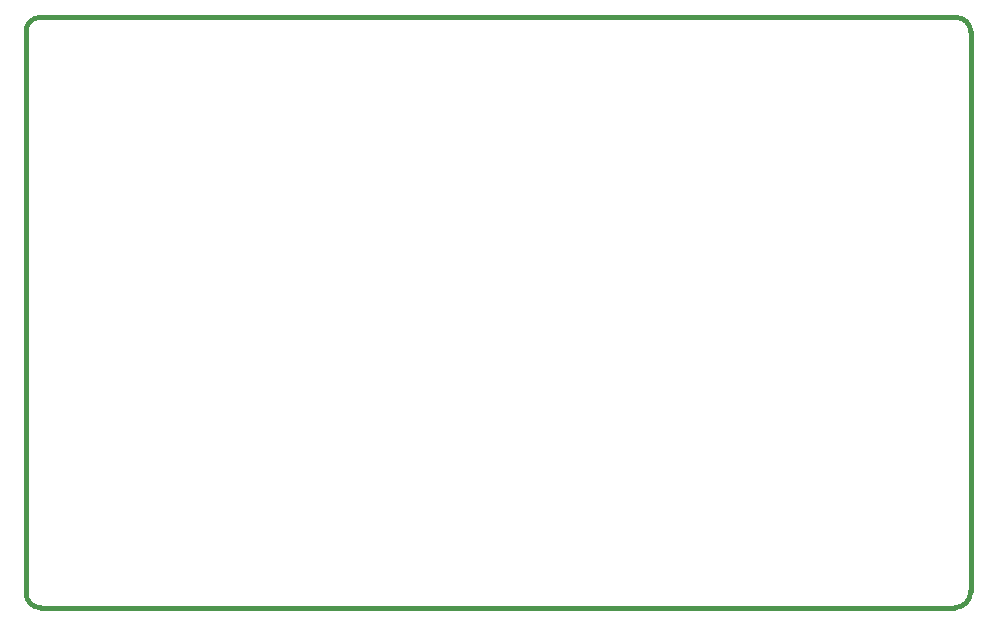
<source format=gko>
G04*
G04 #@! TF.GenerationSoftware,Altium Limited,Altium Designer,18.1.6 (161)*
G04*
G04 Layer_Color=16711935*
%FSTAX24Y24*%
%MOIN*%
G70*
G01*
G75*
%ADD91C,0.0150*%
D91*
X041906Y04839D02*
G03*
X041406Y04889I-0005J0D01*
G01*
X041345Y029205D02*
G03*
X041906Y029766I0J000561D01*
G01*
X01041Y029705D02*
G03*
X01091Y029205I0005J0D01*
G01*
X01088Y04889D02*
G03*
X01041Y04842I0J-00047D01*
G01*
X041906Y048214D02*
Y04839D01*
X04123Y04889D02*
X041406D01*
X041906Y029766D02*
Y048214D01*
X01088Y04889D02*
X04123D01*
X011155Y029205D02*
X041345D01*
X01091D02*
X011155D01*
X01041Y029705D02*
Y02995D01*
Y04842D01*
M02*

</source>
